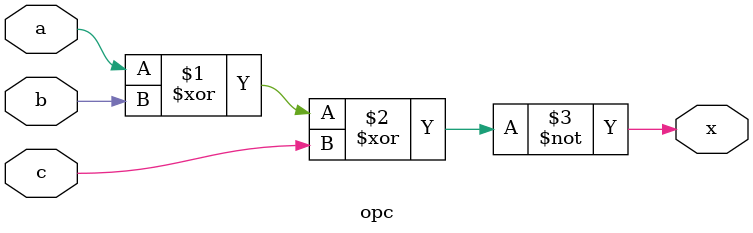
<source format=v>
module opc(input a,b,c,output x);
assign x=~(a^b^c);
endmodule

</source>
